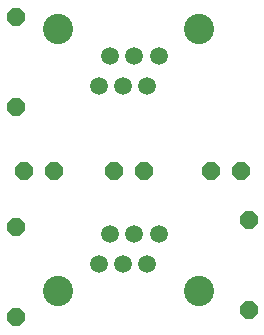
<source format=gts>
G75*
G70*
%OFA0B0*%
%FSLAX24Y24*%
%IPPOS*%
%LPD*%
%AMOC8*
5,1,8,0,0,1.08239X$1,22.5*
%
%ADD10OC8,0.0600*%
%ADD11C,0.1009*%
%ADD12C,0.0595*%
D10*
X002056Y001681D03*
X002056Y004681D03*
X002306Y006556D03*
X003306Y006556D03*
X002056Y008681D03*
X002056Y011681D03*
X005306Y006556D03*
X006306Y006556D03*
X008556Y006556D03*
X009556Y006556D03*
X009806Y004931D03*
X009806Y001931D03*
D11*
X008169Y002556D03*
X003444Y002556D03*
X003444Y011306D03*
X008169Y011306D03*
D12*
X006806Y010401D03*
X006003Y010401D03*
X005200Y010401D03*
X004806Y009401D03*
X005609Y009401D03*
X006413Y009401D03*
X006806Y004462D03*
X006003Y004462D03*
X005200Y004462D03*
X004806Y003462D03*
X005609Y003462D03*
X006413Y003462D03*
M02*

</source>
